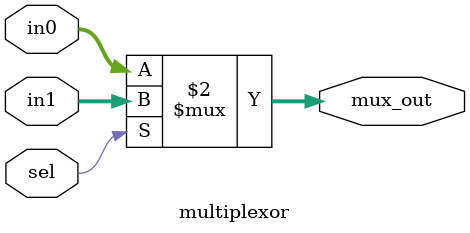
<source format=v>
/*module mux #(parameter WIDTH=5) (sel,in0,in1,mux_out);
	input  sel;
	input [WIDTH-1] in0,in1;
	output [WIDTH-1] mux_out ;
	reg [WIDTH-1] mux_out ;
*/	
	
module multiplexor #(parameter WIDTH=5)
	(
		input 		  sel,
		input  [WIDTH-1:0] in0,
		input  [WIDTH-1:0] in1,
		output reg [WIDTH-1:0] mux_out
	);
	
always @(sel,in_1,in_0)
begin
  mux_out=sel?in1:in0;
end 
endmodule		 
		 /*case(sel)
		 	1'b0:mux_out=in0;
		 	1'b1:mux_out=in1;
		 	default : mux_out=0;
		 endcase*/

	
//endmodule

/*
module mux (sel ,in0,in1,mux_out);
	parameter width=5;
	input 	sel;
	input [width-1:0] in0,in1;
	output [width-1:0] mux_out;
	reg [width-1:0] mux_out;
*/	




	

</source>
